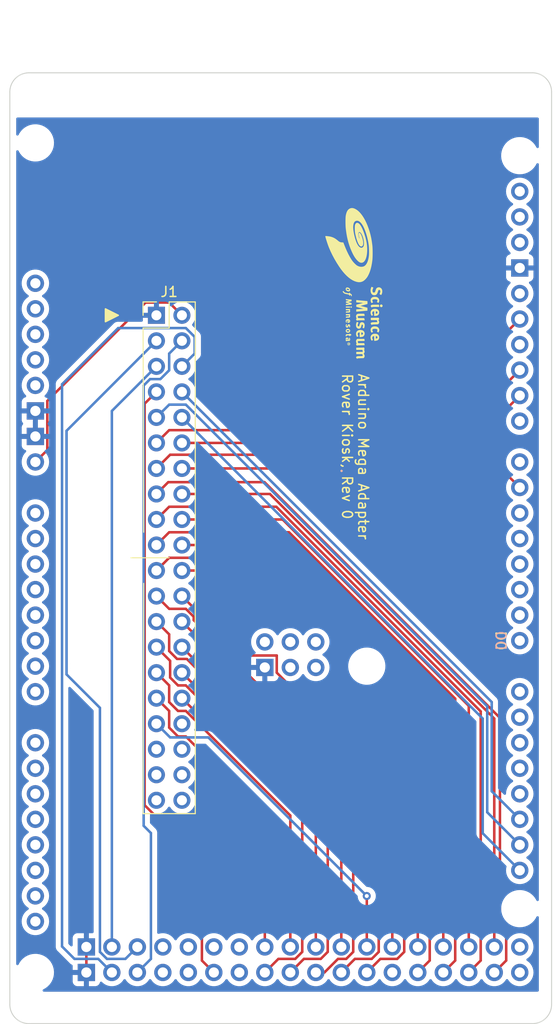
<source format=kicad_pcb>
(kicad_pcb (version 20221018) (generator pcbnew)
  (layers (0 "F.Cu" signal) (31 "B.Cu" signal) (34 "B.Paste" user) (35 "F.Paste" user) (36 "B.SilkS" user "B.Silkscreen") (37 "F.SilkS" user "F.Silkscreen") (38 "B.Mask" user) (39 "F.Mask" user) (44 "Edge.Cuts" user))
  (net 0 "")
  (net 1 "GND")
  (net 2 "+12V")
  (net 3 "/CIPO")
  (net 4 "/COPI")
  (net 5 "/SCK")
  (net 6 "/CS")
  (net 7 "Net-(J1-D45_RST)")
  (net 8 "Net-(A1-D19{slash}RX1)")
  (net 9 "Net-(A1-D20{slash}SDA)")
  (net 10 "Net-(A1-D21{slash}SCL)")
  (net 11 "/DATA")
  (net 12 "/CLOCK")
  (net 13 "/LATCH")
  (net 14 "/NEO")
  (net 15 "Net-(J1-B1_DOWN)")
  (net 16 "Net-(J1-B1_UP)")
  (net 17 "Net-(J1-B2_DOWN)")
  (net 18 "Net-(J1-B2_UP)")
  (net 19 "Net-(J1-B3_DOWN)")
  (net 20 "Net-(J1-B3_UP)")
  (net 21 "Net-(J1-B4_DOWN)")
  (net 22 "Net-(J1-B4_UP)")
  (net 23 "Net-(J1-BTX)")
  (net 24 "Net-(J1-BP1)")
  (net 25 "Net-(J1-BP2)")
  (net 26 "Net-(J1-BP3)")
  (net 27 "Net-(J1-BP4)")
  (net 28 "Net-(J1-BP5)")
  (net 29 "Net-(J1-LP1)")
  (net 30 "Net-(J1-LP2)")
  (net 31 "Net-(J1-LP3)")
  (net 32 "Net-(J1-LP4)")
  (net 33 "Net-(J1-KIOSK)")
  (footprint "SMM:smm-logo-15mm" (layer "F.Cu") (at 179.705 66.675 -90)
    (fp_text reference "G***")
    (fp_text value "LOGO" hide)
  )
  (footprint "Arduino:Arduino_Mega2560_R3_Shield" (layer "F.Cu") (at 145.42 38.725 -90)
    (fp_text reference "A1" hide)
    (fp_text value "Arduino_Mega2560_R3_Shield" hide)
    (fp_text user "." (at 46.609 -32.639 90) (layer "B.SilkS"))
    (fp_text user "D0" (at 63.5 -48.895 -90 unlocked) (layer "B.SilkS") (effects (justify mirror)))
    (fp_text user "D0" (at 63.5 -48.895 -90 unlocked) (layer "F.SilkS"))
    (pad "" np_thru_hole circle (at 13.97 -2.54 270) (size 3.2 3.2) (drill 3.2) (layers "*.Cu" "*.Mask"))
    (pad "" np_thru_hole circle (at 15.24 -50.8 270) (size 3.2 3.2) (drill 3.2) (layers "*.Cu" "*.Mask"))
    (pad "" thru_hole oval (at 27.94 -2.54 270) (size 1.7272 1.7272) (drill 1.016) (layers "*.Cu" "*.Mask"))
    (pad "" np_thru_hole circle (at 66.04 -35.56 270) (size 3.2 3.2) (drill 3.2) (layers "*.Cu" "*.Mask"))
    (pad "" np_thru_hole circle (at 66.04 -7.62 270) (size 3.2 3.2) (drill 3.2) (layers "*.Cu" "*.Mask"))
    (pad "" np_thru_hole circle (at 90.17 -50.8 270) (size 3.2 3.2) (drill 3.2) (layers "*.Cu" "*.Mask"))
    (pad "" np_thru_hole circle (at 96.52 -2.54 270) (size 3.2 3.2) (drill 3.2) (layers "*.Cu" "*.Mask"))
    (pad "3V3" thru_hole oval (at 35.56 -2.54 270) (size 1.7272 1.7272) (drill 1.016) (layers "*.Cu" "*.Mask"))
    (pad "5V1" thru_hole oval (at 38.1 -2.54 270) (size 1.7272 1.7272) (drill 1.016) (layers "*.Cu" "*.Mask"))
    (pad "5V2" thru_hole oval (at 66.167 -30.48 270) (size 1.7272 1.7272) (drill 1.016) (layers "*.Cu" "*.Mask"))
    (pad "5V3" thru_hole oval (at 93.98 -50.8 270) (size 1.7272 1.7272) (drill 1.016) (layers "*.Cu" "*.Mask"))
    (pad "5V4" thru_hole oval (at 96.52 -50.8 270) (size 1.7272 1.7272) (drill 1.016) (layers "*.Cu" "*.Mask"))
    (pad "A0" thru_hole oval (at 50.8 -2.54 270) (size 1.7272 1.7272) (drill 1.016) (layers "*.Cu" "*.Mask"))
    (pad "A1" thru_hole oval (at 53.34 -2.54 270) (size 1.7272 1.7272) (drill 1.016) (layers "*.Cu" "*.Mask"))
    (pad "A2" thru_hole oval (at 55.88 -2.54 270) (size 1.7272 1.7272) (drill 1.016) (layers "*.Cu" "*.Mask"))
    (pad "A3" thru_hole oval (at 58.42 -2.54 270) (size 1.7272 1.7272) (drill 1.016) (layers "*.Cu" "*.Mask"))
    (pad "A4" thru_hole oval (at 60.96 -2.54 270) (size 1.7272 1.7272) (drill 1.016) (layers "*.Cu" "*.Mask"))
    (pad "A5" thru_hole oval (at 63.5 -2.54 270) (size 1.7272 1.7272) (drill 1.016) (layers "*.Cu" "*.Mask"))
    (pad "A6" thru_hole oval (at 66.04 -2.54 270) (size 1.7272 1.7272) (drill 1.016) (layers "*.Cu" "*.Mask"))
    (pad "A7" thru_hole oval (at 68.58 -2.54 270) (size 1.7272 1.7272) (drill 1.016) (layers "*.Cu" "*.Mask"))
    (pad "A8" thru_hole oval (at 73.66 -2.54 270) (size 1.7272 1.7272) (drill 1.016) (layers "*.Cu" "*.Mask"))
    (pad "A9" thru_hole oval (at 76.2 -2.54 270) (size 1.7272 1.7272) (drill 1.016) (layers "*.Cu" "*.Mask"))
    (pad "A10" thru_hole oval (at 78.74 -2.54 270) (size 1.7272 1.7272) (drill 1.016) (layers "*.Cu" "*.Mask"))
    (pad "A11" thru_hole oval (at 81.28 -2.54 270) (size 1.7272 1.7272) (drill 1.016) (layers "*.Cu" "*.Mask"))
    (pad "A12" thru_hole oval (at 83.82 -2.54 270) (size 1.7272 1.7272) (drill 1.016) (layers "*.Cu" "*.Mask"))
    (pad "A13" thru_hole oval (at 86.36 -2.54 270) (size 1.7272 1.7272) (drill 1.016) (layers "*.Cu" "*.Mask"))
    (pad "A14" thru_hole oval (at 88.9 -2.54 270) (size 1.7272 1.7272) (drill 1.016) (layers "*.Cu" "*.Mask"))
    (pad "A15" thru_hole oval (at 91.44 -2.54 270) (size 1.7272 1.7272) (drill 1.016) (layers "*.Cu" "*.Mask"))
    (pad "AREF" thru_hole oval (at 23.876 -50.8 270) (size 1.7272 1.7272) (drill 1.016) (layers "*.Cu" "*.Mask"))
    (pad "D0" thru_hole oval (at 63.5 -50.8 270) (size 1.7272 1.7272) (drill 1.016) (layers "*.Cu" "*.Mask"))
    (pad "D1" thru_hole oval (at 60.96 -50.8 270) (size 1.7272 1.7272) (drill 1.016) (layers "*.Cu" "*.Mask"))
    (pad "D2" thru_hole oval (at 58.42 -50.8 270) (size 1.7272 1.7272) (drill 1.016) (layers "*.Cu" "*.Mask"))
    (pad "D3" thru_hole oval (at 55.88 -50.8 270) (size 1.7272 1.7272) (drill 1.016) (layers "*.Cu" "*.Mask"))
    (pad "D4" thru_hole oval (at 53.34 -50.8 270) (size 1.7272 1.7272) (drill 1.016) (layers "*.Cu" "*.Mask"))
    (pad "D5" thru_hole oval (at 50.8 -50.8 270) (size 1.7272 1.7272) (drill 1.016) (layers "*.Cu" "*.Mask"))
    (pad "D6" thru_hole oval (at 48.26 -50.8 270) (size 1.7272 1.7272) (drill 1.016) (layers "*.Cu" "*.Mask") (net 14 "/NEO"))
    (pad "D7" thru_hole oval (at 45.72 -50.8 270) (size 1.7272 1.7272) (drill 1.016) (layers "*.Cu" "*.Mask"))
    (pad "D8" thru_hole oval (at 41.656 -50.8 270) (size 1.7272 1.7272) (drill 1.016) (layers "*.Cu" "*.Mask"))
    (pad "D9" thru_hole oval (at 39.116 -50.8 270) (size 1.7272 1.7272) (drill 1.016) (layers "*.Cu" "*.Mask") (net 13 "/LATCH"))
    (pad "D10" thru_hole oval (at 36.576 -50.8 270) (size 1.7272 1.7272) (drill 1.016) (layers "*.Cu" "*.Mask") (net 12 "/CLOCK"))
    (pad "D11" thru_hole oval (at 34.036 -50.8 270) (size 1.7272 1.7272) (drill 1.016) (layers "*.Cu" "*.Mask"))
    (pad "D12" thru_hole oval (at 31.496 -50.8 270) (size 1.7272 1.7272) (drill 1.016) (layers "*.Cu" "*.Mask") (net 11 "/DATA"))
    (pad "D13" thru_hole oval (at 28.956 -50.8 270) (size 1.7272 1.7272) (drill 1.016) (layers "*.Cu" "*.Mask"))
    (pad "D14" thru_hole oval (at 68.58 -50.8 270) (size 1.7272 1.7272) (drill 1.016) (layers "*.Cu" "*.Mask"))
    (pad "D15" thru_hole oval (at 71.12 -50.8 270) (size 1.7272 1.7272) (drill 1.016) (layers "*.Cu" "*.Mask"))
    (pad "D16" thru_hole oval (at 73.66 -50.8 270) (size 1.7272 1.7272) (drill 1.016) (layers "*.Cu" "*.Mask"))
    (pad "D17" thru_hole oval (at 76.2 -50.8 270) (size 1.7272 1.7272) (drill 1.016) (layers "*.Cu" "*.Mask"))
    (pad "D18" thru_hole oval (at 78.74 -50.8 270) (size 1.7272 1.7272) (drill 1.016) (layers "*.Cu" "*.Mask"))
    (pad "D19" thru_hole oval (at 81.28 -50.8 270) (size 1.7272 1.7272) (drill 1.016) (layers "*.Cu" "*.Mask") (net 8 "Net-(A1-D19{slash}RX1)"))
    (pad "D20" thru_hole oval (at 83.82 -50.8 270) (size 1.7272 1.7272) (drill 1.016) (layers "*.Cu" "*.Mask") (net 9 "Net-(A1-D20{slash}SDA)"))
    (pad "D21" thru_hole oval (at 86.36 -50.8 270) (size 1.7272 1.7272) (drill 1.016) (layers "*.Cu" "*.Mask") (net 10 "Net-(A1-D21{slash}SCL)"))
    (pad "D22" thru_hole oval (at 93.98 -48.26 270) (size 1.7272 1.7272) (drill 1.016) (layers "*.Cu" "*.Mask") (net 16 "Net-(J1-B1_UP)"))
    (pad "D23" thru_hole oval (at 96.52 -48.26 270) (size 1.7272 1.7272) (drill 1.016) (layers "*.Cu" "*.Mask") (net 15 "Net-(J1-B1_DOWN)"))
    (pad "D24" thru_hole oval (at 93.98 -45.72 270) (size 1.7272 1.7272) (drill 1.016) (layers "*.Cu" "*.Mask") (net 18 "Net-(J1-B2_UP)"))
    (pad "D25" thru_hole oval (at 96.52 -45.72 270) (size 1.7272 1.7272) (drill 1.016) (layers "*.Cu" "*.Mask") (net 17 "Net-(J1-B2_DOWN)"))
    (pad "D26" thru_hole oval (at 93.98 -43.18 270) (size 1.7272 1.7272) (drill 1.016) (layers "*.Cu" "*.Mask") (net 20 "Net-(J1-B3_UP)"))
    (pad "D27" thru_hole oval (at 96.52 -43.18 270) (size 1.7272 1.7272) (drill 1.016) (layers "*.Cu" "*.Mask") (net 19 "Net-(J1-B3_DOWN)"))
    (pad "D28" thru_hole oval (at 93.98 -40.64 270) (size 1.7272 1.7272) (drill 1.016) (layers "*.Cu" "*.Mask") (net 22 "Net-(J1-B4_UP)"))
    (pad "D29" thru_hole oval (at 96.52 -40.64 270) (size 1.7272 1.7272) (drill 1.016) (layers "*.Cu" "*.Mask") (net 21 "Net-(J1-B4_DOWN)"))
    (pad "D30" thru_hole oval (at 93.98 -38.1 270) (size 1.7272 1.7272) (drill 1.016) (layers "*.Cu" "*.Mask") (net 23 "Net-(J1-BTX)"))
    (pad "D31" thru_hole oval (at 96.52 -38.1 270) (size 1.7272 1.7272) (drill 1.016) (layers "*.Cu" "*.Mask"))
    (pad "D32" thru_hole oval (at 93.98 -35.56 270) (size 1.7272 1.7272) (drill 1.016) (layers "*.Cu" "*.Mask") (net 33 "Net-(J1-KIOSK)"))
    (pad "D33" thru_hole oval (at 96.52 -35.56 270) (size 1.7272 1.7272) (drill 1.016) (layers "*.Cu" "*.Mask") (net 24 "Net-(J1-BP1)"))
    (pad "D34" thru_hole oval (at 93.98 -33.02 270) (size 1.7272 1.7272) (drill 1.016) (layers "*.Cu" "*.Mask") (net 25 "Net-(J1-BP2)"))
    (pad "D35" thru_hole oval (at 96.52 -33.02 270) (size 1.7272 1.7272) (drill 1.016) (layers "*.Cu" "*.Mask") (net 26 "Net-(J1-BP3)"))
    (pad "D36" thru_hole oval (at 93.98 -30.48 270) (size 1.7272 1.7272) (drill 1.016) (layers "*.Cu" "*.Mask") (net 27 "Net-(J1-BP4)"))
    (pad "D37" thru_hole oval (at 96.52 -30.48 270) (size 1.7272 1.7272) (drill 1.016) (layers "*.Cu" "*.Mask") (net 28 "Net-(J1-BP5)"))
    (pad "D38" thru_hole oval (at 93.98 -27.94 270) (size 1.7272 1.7272) (drill 1.016) (layers "*.Cu" "*.Mask") (net 29 "Net-(J1-LP1)"))
    (pad "D39" thru_hole oval (at 96.52 -27.94 270) (size 1.7272 1.7272) (drill 1.016) (layers "*.Cu" "*.Mask") (net 30 "Net-(J1-LP2)"))
    (pad "D40" thru_hole oval (at 93.98 -25.4 270) (size 1.7272 1.7272) (drill 1.016) (layers "*.Cu" "*.Mask") (net 31 "Net-(J1-LP3)"))
    (pad "D41" thru_hole oval (at 96.52 -25.4 270) (size 1.7272 1.7272) (drill 1.016) (layers "*.Cu" "*.Mask") (net 32 "Net-(J1-LP4)"))
    (pad "D42" thru_hole oval (at 93.98 -22.86 270) (size 1.7272 1.7272) (drill 1.016) (layers "*.Cu" "*.Mask"))
    (pad "D43" thru_hole oval (at 96.52 -22.86 270) (size 1.7272 1.7272) (drill 1.016) (layers "*.Cu" "*.Mask"))
    (pad "D44" thru_hole oval (at 93.98 -20.32 270) (size 1.7272 1.7272) (drill 1.016) (layers "*.Cu" "*.Mask"))
    (pad "D45" thru_hole oval (at 96.52 -20.32 270) (size 1.7272 1.7272) (drill 1.016) (layers "*.Cu" "*.Mask") (net 7 "Net-(J1-D45_RST)"))
    (pad "D46" thru_hole oval (at 93.98 -17.78 270) (size 1.7272 1.7272) (drill 1.016) (layers "*.Cu" "*.Mask"))
    (pad "D47" thru_hole oval (at 96.52 -17.78 270) (size 1.7272 1.7272) (drill 1.016) (layers "*.Cu" "*.Mask"))
    (pad "D48" thru_hole oval (at 93.98 -15.24 270) (size 1.7272 1.7272) (drill 1.016) (layers "*.Cu" "*.Mask"))
    (pad "D49" thru_hole oval (at 96.52 -15.24 270) (size 1.7272 1.7272) (drill 1.016) (layers "*.Cu" "*.Mask"))
    (pad "D50" thru_hole oval (at 93.98 -12.7 270) (size 1.7272 1.7272) (drill 1.016) (layers "*.Cu" "*.Mask") (net 3 "/CIPO"))
    (pad "D51" thru_hole oval (at 96.52 -12.7 270) (size 1.7272 1.7272) (drill 1.016) (layers "*.Cu" "*.Mask") (net 4 "/COPI"))
    (pad "D52" thru_hole oval (at 93.98 -10.16 270) (size 1.7272 1.7272) (drill 1.016) (layers "*.Cu" "*.Mask") (net 5 "/SCK"))
    (pad "D53" thru_hole oval (at 96.52 -10.16 270) (size 1.7272 1.7272) (drill 1.016) (layers "*.Cu" "*.Mask") (net 6 "/CS"))
    (pad "GND1" thru_hole rect (at 26.416 -50.8 270) (size 1.7272 1.7272) (drill 1.016) (layers "*.Cu" "*.Mask") (net 1 "GND"))
    (pad "GND2" thru_hole rect (at 40.64 -2.54 270) (size 1.7272 1.7272) (drill 1.016) (layers "*.Cu" "*.Mask") (net 1 "GND"))
    (pad "GND3" thru_hole rect (at 43.18 -2.54 270) (size 1.7272 1.7272) (drill 1.016) (layers "*.Cu" "*.Mask") (net 1 "GND"))
    (pad "GND4" thru_hole rect (at 66.167 -25.4 270) (size 1.7272 1.7272) (drill 1.016) (layers "*.Cu" "*.Mask") (net 1 "GND"))
    (pad "GND5" thru_hole rect (at 93.98 -7.62 270) (size 1.7272 1.7272) (drill 1.016) (layers "*.Cu" "*.Mask") (net 1 "GND"))
    (pad "GND6" thru_hole rect (at 96.52 -7.62 270) (size 1.7272 1.7272) (drill 1.016) (layers "*.Cu" "*.Mask") (net 1 "GND"))
    (pad "IORF" thru_hole oval (at 30.48 -2.54 270) (size 1.7272 1.7272) (drill 1.016) (layers "*.Cu" "*.Mask"))
    (pad "MISO" thru_hole oval (at 63.627 -30.48 270) (size 1.7272 1.7272) (drill 1.016) (layers "*.Cu" "*.Mask"))
    (pad "MOSI" thru_hole oval (at 66.167 -27.94 270) (size 1.7272 1.7272) (drill 1.016) (layers "*.Cu" "*.Mask"))
    (pad "RST1" thru_hole oval (at 33.02 -2.54 270) (size 1.7272 1.7272) (drill 1.016) (layers "*.Cu" "*.Mask"))
    (pad "RST2" thru_hole oval (at 63.627 -25.4 270) (size 1.7272 1.7272) (drill 1.016) (layers "*.Cu" "*.Mask"))
    (pad "SCK" thru_hole oval (at 63.627 -27.94 270) (size 1.7272 1.7272) (drill 1.016) (layers "*.Cu" "*.Mask"))
    (pad "SCL" thru_hole oval (at 18.796 -50.8 270) (size 1.7272 1.7272) (drill 1.016) (layers "*.Cu" "*.Mask"))
    (pad "SDA" thru_hole oval (at 21.336 -50.8 270) (size 1.7272 1.7272) (drill 1.016) (layers "*.Cu" "*.Mask"))
    (pad "VIN" thru_hole oval (at 45.72 -2.54 270) (size 1.7272 1.7272) (drill 1.016) (layers "*.Cu" "*.Mask") (net 2 "+12V"))
  )
  (footprint "Connector_PinHeader_2.54mm:PinHeader_2x20_P2.54mm_Vertical" (layer "F.Cu") (at 158.75 119.38)
    (fp_text reference "J1" (at 2.54 -51.86) (layer "F.SilkS"))
    (fp_text value "~")
    (pad "1" thru_hole rect (at 1.27 -49.53) (size 1.7 1.7) (drill 1) (layers "*.Cu" "*.Mask") (net 1 "GND"))
    (pad "2" thru_hole oval (at 3.81 -49.53) (size 1.7 1.7) (drill 1) (layers "*.Cu" "*.Mask") (net 2 "+12V"))
    (pad "3" thru_hole oval (at 1.27 -46.99) (size 1.7 1.7) (drill 1) (layers "*.Cu" "*.Mask") (net 3 "/CIPO"))
    (pad "4" thru_hole oval (at 3.81 -46.99) (size 1.7 1.7) (drill 1) (layers "*.Cu" "*.Mask") (net 4 "/COPI"))
    (pad "5" thru_hole oval (at 1.27 -44.45) (size 1.7 1.7) (drill 1) (layers "*.Cu" "*.Mask") (net 5 "/SCK"))
    (pad "6" thru_hole oval (at 3.81 -44.45) (size 1.7 1.7) (drill 1) (layers "*.Cu" "*.Mask") (net 6 "/CS"))
    (pad "7" thru_hole oval (at 1.27 -41.91) (size 1.7 1.7) (drill 1) (layers "*.Cu" "*.Mask") (net 7 "Net-(J1-D45_RST)"))
    (pad "8" thru_hole oval (at 3.81 -41.91) (size 1.7 1.7) (drill 1) (layers "*.Cu" "*.Mask") (net 8 "Net-(A1-D19{slash}RX1)"))
    (pad "9" thru_hole oval (at 1.27 -39.37) (size 1.7 1.7) (drill 1) (layers "*.Cu" "*.Mask") (net 9 "Net-(A1-D20{slash}SDA)"))
    (pad "10" thru_hole oval (at 3.81 -39.37) (size 1.7 1.7) (drill 1) (layers "*.Cu" "*.Mask") (net 10 "Net-(A1-D21{slash}SCL)"))
    (pad "11" thru_hole oval (at 1.27 -36.83) (size 1.7 1.7) (drill 1) (layers "*.Cu" "*.Mask") (net 11 "/DATA"))
    (pad "12" thru_hole oval (at 3.81 -36.83) (size 1.7 1.7) (drill 1) (layers "*.Cu" "*.Mask") (net 12 "/CLOCK"))
    (pad "13" thru_hole oval (at 1.27 -34.29) (size 1.7 1.7) (drill 1) (layers "*.Cu" "*.Mask") (net 13 "/LATCH"))
    (pad "14" thru_hole oval (at 3.81 -34.29) (size 1.7 1.7) (drill 1) (layers "*.Cu" "*.Mask") (net 14 "/NEO"))
    (pad "15" thru_hole oval (at 1.27 -31.75) (size 1.7 1.7) (drill 1) (layers "*.Cu" "*.Mask") (net 15 "Net-(J1-B1_DOWN)"))
    (pad "16" thru_hole oval (at 3.81 -31.75) (size 1.7 1.7) (drill 1) (layers "*.Cu" "*.Mask") (net 16 "Net-(J1-B1_UP)"))
    (pad "17" thru_hole oval (at 1.27 -29.21) (size 1.7 1.7) (drill 1) (layers "*.Cu" "*.Mask") (net 17 "Net-(J1-B2_DOWN)"))
    (pad "18" thru_hole oval (at 3.81 -29.21) (size 1.7 1.7) (drill 1) (layers "*.Cu" "*.Mask") (net 18 "Net-(J1-B2_UP)"))
    (pad "19" thru_hole oval (at 1.27 -26.67) (size 1.7 1.7) (drill 1) (layers "*.Cu" "*.Mask") (net 19 "Net-(J1-B3_DOWN)"))
    (pad "20" thru_hole oval (at 3.81 -26.67) (size 1.7 1.7) (drill 1) (layers "*.Cu" "*.Mask") (net 20 "Net-(J1-B3_UP)"))
    (pad "21" thru_hole oval (at 1.27 -24.13) (size 1.7 1.7) (drill 1) (layers "*.Cu" "*.Mask") (net 21 "Net-(J1-B4_DOWN)"))
    (pad "22" thru_hole oval (at 3.81 -24.13) (size 1.7 1.7) (drill 1) (layers "*.Cu" "*.Mask") (net 22 "Net-(J1-B4_UP)"))
    (pad "23" thru_hole oval (at 1.27 -21.59) (size 1.7 1.7) (drill 1) (layers "*.Cu" "*.Mask") (net 23 "Net-(J1-BTX)"))
    (pad "24" thru_hole oval (at 3.81 -21.59) (size 1.7 1.7) (drill 1) (layers "*.Cu" "*.Mask") (net 24 "Net-(J1-BP1)"))
    (pad "25" thru_hole oval (at 1.27 -19.05) (size 1.7 1.7) (drill 1) (layers "*.Cu" "*.Mask") (net 25 "Net-(J1-BP2)"))
    (pad "26" thru_hole oval (at 3.81 -19.05) (size 1.7 1.7) (drill 1) (layers "*.Cu" "*.Mask") (net 26 "Net-(J1-BP3)"))
    (pad "27" thru_hole oval (at 1.27 -16.51) (size 1.7 1.7) (drill 1) (layers "*.Cu" "*.Mask") (net 27 "Net-(J1-BP4)"))
    (pad "28" thru_hole oval (at 3.81 -16.51) (size 1.7 1.7) (drill 1) (layers "*.Cu" "*.Mask") (net 28 "Net-(J1-BP5)"))
    (pad "29" thru_hole oval (at 1.27 -13.97) (size 1.7 1.7) (drill 1) (layers "*.Cu" "*.Mask") (net 29 "Net-(J1-LP1)"))
    (pad "30" thru_hole oval (at 3.81 -13.97) (size 1.7 1.7) (drill 1) (layers "*.Cu" "*.Mask") (net 30 "Net-(J1-LP2)"))
    (pad "31" thru_hole oval (at 1.27 -11.43) (size 1.7 1.7) (drill 1) (layers "*.Cu" "*.Mask") (net 31 "Net-(J1-LP3)"))
    (pad "32" thru_hole oval (at 3.81 -11.43) (size 1.7 1.7) (drill 1) (layers "*.Cu" "*.Mask") (net 32 "Net-(J1-LP4)"))
    (pad "33" thru_hole oval (at 1.27 -8.89) (size 1.7 1.7) (drill 1) (layers "*.Cu" "*.Mask") (net 33 "Net-(J1-KIOSK)"))
    (pad "34" thru_hole oval (at 3.81 -8.89) (size 1.7 1.7) (drill 1) (layers "*.Cu" "*.Mask"))
    (pad "35" thru_hole oval (at 1.27 -6.35) (size 1.7 1.7) (drill 1) (layers "*.Cu" "*.Mask"))
    (pad "36" thru_hole oval (at 3.81 -6.35) (size 1.7 1.7) (drill 1) (layers "*.Cu" "*.Mask"))
    (pad "37" thru_hole oval (at 1.27 -3.81) (size 1.7 1.7) (drill 1) (layers "*.Cu" "*.Mask"))
    (pad "38" thru_hole oval (at 3.81 -3.81) (size 1.7 1.7) (drill 1) (layers "*.Cu" "*.Mask"))
    (pad "39" thru_hole oval (at 1.27 -1.27) (size 1.7 1.7) (drill 1) (layers "*.Cu" "*.Mask"))
    (pad "40" thru_hole oval (at 3.81 -1.27) (size 1.7 1.7) (drill 1) (layers "*.Cu" "*.Mask"))
  )
  (gr_poly (pts (xy 156.21 69.85) (xy 154.94 69.215) (xy 154.94 70.485)) (stroke (width 0.15)) (fill solid) (layer "F.SilkS"))
  (gr_line (start 197.485 45.72) (end 147.32 45.72) (stroke (width 0.1)) (layer "Edge.Cuts"))
  (gr_line (start 147.32 140.335) (end 197.485 140.335) (stroke (width 0.1)) (layer "Edge.Cuts"))
  (gr_arc (start 199.39 138.43) (mid 198.832038 139.777038) (end 197.485 140.335) (stroke (width 0.1)) (layer "Edge.Cuts"))
  (gr_line (start 145.415 47.625) (end 145.415 138.43) (stroke (width 0.1)) (layer "Edge.Cuts"))
  (gr_arc (start 197.485 45.72) (mid 198.832038 46.277962) (end 199.39 47.625) (stroke (width 0.1)) (layer "Edge.Cuts"))
  (gr_line (start 199.39 138.43) (end 199.39 47.625) (stroke (width 0.1)) (layer "Edge.Cuts"))
  (gr_arc (start 145.415 47.625) (mid 145.972962 46.277962) (end 147.32 45.72) (stroke (width 0.1)) (layer "Edge.Cuts"))
  (gr_arc (start 147.32 140.335) (mid 145.972962 139.777038) (end 145.415 138.43) (stroke (width 0.1)) (layer "Edge.Cuts"))
  (gr_text "Arduino Mega Adapter\nRover Kiosk, Rev 0" (at 178.435 75.565 -90) (layer "F.SilkS") (effects (font (size 1 1)) (justify left bottom)))
  (segment (start 153.04 132.705) (end 153.04 135.245) (width 0.25) (layer "F.Cu") (net 1))
  (segment (start 161.29 68.58) (end 158.94 68.58) (width 0.25) (layer "F.Cu") (net 2))
  (segment (start 149.1486 78.3714) (end 149.1486 83.2564) (width 0.25) (layer "F.Cu") (net 2))
  (segment (start 149.1486 83.2564) (end 147.96 84.445) (width 0.25) (layer "F.Cu") (net 2))
  (segment (start 158.94 68.58) (end 149.1486 78.3714) (width 0.25) (layer "F.Cu") (net 2))
  (segment (start 162.56 69.85) (end 161.29 68.58) (width 0.25) (layer "F.Cu") (net 2))
  (segment (start 151.065 81.345) (end 151.065 105.583072) (width 0.25) (layer "B.Cu") (net 3))
  (segment (start 154.3914 133.197335) (end 155.087665 133.8936) (width 0.25) (layer "B.Cu") (net 3))
  (segment (start 160.02 72.39) (end 151.065 81.345) (width 0.25) (layer "B.Cu") (net 3))
  (segment (start 155.087665 133.8936) (end 156.9314 133.8936) (width 0.25) (layer "B.Cu") (net 3))
  (segment (start 154.3914 108.909472) (end 154.3914 133.197335) (width 0.25) (layer "B.Cu") (net 3))
  (segment (start 151.065 105.583072) (end 154.3914 108.909472) (width 0.25) (layer "B.Cu") (net 3))
  (segment (start 156.9314 133.8936) (end 158.12 132.705) (width 0.25) (layer "B.Cu") (net 3))
  (segment (start 160.411701 76.2) (end 161.29 75.321701) (width 0.25) (layer "B.Cu") (net 4))
  (segment (start 158.75 76.836396) (end 159.386396 76.2) (width 0.25) (layer "B.Cu") (net 4))
  (segment (start 159.4714 133.8936) (end 159.4714 121.3714) (width 0.25) (layer "B.Cu") (net 4))
  (segment (start 158.75 120.65) (end 158.75 76.836396) (width 0.25) (layer "B.Cu") (net 4))
  (segment (start 159.386396 76.2) (end 160.411701 76.2) (width 0.25) (layer "B.Cu") (net 4))
  (segment (start 161.29 75.321701) (end 161.29 73.66) (width 0.25) (layer "B.Cu") (net 4))
  (segment (start 159.4714 121.3714) (end 158.75 120.65) (width 0.25) (layer "B.Cu") (net 4))
  (segment (start 161.29 73.66) (end 162.56 72.39) (width 0.25) (layer "B.Cu") (net 4))
  (segment (start 158.12 135.245) (end 159.4714 133.8936) (width 0.25) (layer "B.Cu") (net 4))
  (segment (start 155.58 79.37) (end 160.02 74.93) (width 0.25) (layer "B.Cu") (net 5))
  (segment (start 155.58 132.705) (end 155.58 79.37) (width 0.25) (layer "B.Cu") (net 5))
  (segment (start 154.2286 133.8936) (end 151.8514 133.8936) (width 0.25) (layer "B.Cu") (net 6))
  (segment (start 150.615 76.715) (end 156.21 71.12) (width 0.25) (layer "B.Cu") (net 6))
  (segment (start 163.83 73.66) (end 162.56 74.93) (width 0.25) (layer "B.Cu") (net 6))
  (segment (start 163.83 71.998299) (end 163.83 73.66) (width 0.25) (layer "B.Cu") (net 6))
  (segment (start 156.21 71.12) (end 162.951701 71.12) (width 0.25) (layer "B.Cu") (net 6))
  (segment (start 151.8514 133.8936) (end 150.615 132.6572) (width 0.25) (layer "B.Cu") (net 6))
  (segment (start 155.58 135.245) (end 154.2286 133.8936) (width 0.25) (layer "B.Cu") (net 6))
  (segment (start 162.951701 71.12) (end 163.83 71.998299) (width 0.25) (layer "B.Cu") (net 6))
  (segment (start 150.615 132.6572) (end 150.615 76.715) (width 0.25) (layer "B.Cu") (net 6))
  (segment (start 165.74 135.245) (end 164.5514 134.0564) (width 0.25) (layer "F.Cu") (net 7))
  (segment (start 164.5514 124.303101) (end 158.845 118.596701) (width 0.25) (layer "F.Cu") (net 7))
  (segment (start 158.845 78.645) (end 160.02 77.47) (width 0.25) (layer "F.Cu") (net 7))
  (segment (start 158.845 118.596701) (end 158.845 78.645) (width 0.25) (layer "F.Cu") (net 7))
  (segment (start 164.5514 134.0564) (end 164.5514 124.303101) (width 0.25) (layer "F.Cu") (net 7))
  (segment (start 196.22 120.005) (end 193.426928 117.211928) (width 0.25) (layer "B.Cu") (net 8))
  (segment (start 193.426928 108.336928) (end 162.56 77.47) (width 0.25) (layer "B.Cu") (net 8))
  (segment (start 193.426928 117.211928) (end 193.426928 108.336928) (width 0.25) (layer "B.Cu") (net 8))
  (segment (start 161.29 78.74) (end 160.02 80.01) (width 0.25) (layer "B.Cu") (net 9))
  (segment (start 192.976928 108.765227) (end 162.951701 78.74) (width 0.25) (layer "B.Cu") (net 9))
  (segment (start 196.22 122.545) (end 192.976928 119.301928) (width 0.25) (layer "B.Cu") (net 9))
  (segment (start 192.976928 119.301928) (end 192.976928 108.765227) (width 0.25) (layer "B.Cu") (net 9))
  (segment (start 162.951701 78.74) (end 161.29 78.74) (width 0.25) (layer "B.Cu") (net 9))
  (segment (start 192.526928 109.976928) (end 192.526928 121.391928) (width 0.25) (layer "B.Cu") (net 10))
  (segment (start 192.526928 121.391928) (end 196.22 125.085) (width 0.25) (layer "B.Cu") (net 10))
  (segment (start 162.56 80.01) (end 192.526928 109.976928) (width 0.25) (layer "B.Cu") (net 10))
  (segment (start 161.29 81.28) (end 160.02 82.55) (width 0.25) (layer "F.Cu") (net 11))
  (segment (start 185.161 81.28) (end 161.29 81.28) (width 0.25) (layer "F.Cu") (net 11))
  (segment (start 196.22 70.221) (end 185.161 81.28) (width 0.25) (layer "F.Cu") (net 11))
  (segment (start 162.56 82.55) (end 188.971 82.55) (width 0.25) (layer "F.Cu") (net 12))
  (segment (start 188.971 82.55) (end 196.22 75.301) (width 0.25) (layer "F.Cu") (net 12))
  (segment (start 190.336 83.725) (end 196.22 77.841) (width 0.25) (layer "F.Cu") (net 13))
  (segment (start 160.02 85.09) (end 161.385 83.725) (width 0.25) (layer "F.Cu") (net 13))
  (segment (start 161.385 83.725) (end 190.336 83.725) (width 0.25) (layer "F.Cu") (net 13))
  (segment (start 194.325 85.09) (end 196.22 86.985) (width 0.25) (layer "F.Cu") (net 14))
  (segment (start 162.56 85.09) (end 194.325 85.09) (width 0.25) (layer "F.Cu") (net 14))
  (segment (start 194.8686 131.3686) (end 194.245 130.745) (width 0.25) (layer "F.Cu") (net 15))
  (segment (start 170.789772 86.455) (end 161.195 86.455) (width 0.25) (layer "F.Cu") (net 15))
  (segment (start 194.245 109.910228) (end 170.789772 86.455) (width 0.25) (layer "F.Cu") (net 15))
  (segment (start 193.68 135.245) (end 194.8686 134.0564) (width 0.25) (layer "F.Cu") (net 15))
  (segment (start 161.195 86.455) (end 160.02 87.63) (width 0.25) (layer "F.Cu") (net 15))
  (segment (start 194.8686 134.0564) (end 194.8686 131.3686) (width 0.25) (layer "F.Cu") (net 15))
  (segment (start 194.245 130.745) (end 194.245 109.910228) (width 0.25) (layer "F.Cu") (net 15))
  (segment (start 193.68 132.705) (end 193.68 109.981624) (width 0.25) (layer "F.Cu") (net 16))
  (segment (start 193.68 109.981624) (end 171.328376 87.63) (width 0.25) (layer "F.Cu") (net 16))
  (segment (start 171.328376 87.63) (end 162.56 87.63) (width 0.25) (layer "F.Cu") (net 16))
  (segment (start 192.3286 134.0564) (end 192.3286 109.26662) (width 0.25) (layer "F.Cu") (net 17))
  (segment (start 161.29 88.9) (end 160.02 90.17) (width 0.25) (layer "F.Cu") (net 17))
  (segment (start 171.96198 88.9) (end 161.29 88.9) (width 0.25) (layer "F.Cu") (net 17))
  (segment (start 191.14 135.245) (end 192.3286 134.0564) (width 0.25) (layer "F.Cu") (net 17))
  (segment (start 192.3286 109.26662) (end 171.96198 88.9) (width 0.25) (layer "F.Cu") (net 17))
  (segment (start 191.14 132.705) (end 191.14 108.714416) (width 0.25) (layer "F.Cu") (net 18))
  (segment (start 191.14 108.714416) (end 172.595584 90.17) (width 0.25) (layer "F.Cu") (net 18))
  (segment (start 172.595584 90.17) (end 162.56 90.17) (width 0.25) (layer "F.Cu") (net 18))
  (segment (start 161.29 91.44) (end 160.02 92.71) (width 0.25) (layer "F.Cu") (net 19))
  (segment (start 188.6 135.245) (end 189.7886 134.0564) (width 0.25) (layer "F.Cu") (net 19))
  (segment (start 189.7886 134.0564) (end 189.7886 107.999412) (width 0.25) (layer "F.Cu") (net 19))
  (segment (start 189.7886 107.999412) (end 173.229188 91.44) (width 0.25) (layer "F.Cu") (net 19))
  (segment (start 173.229188 91.44) (end 161.29 91.44) (width 0.25) (layer "F.Cu") (net 19))
  (segment (start 188.6 132.705) (end 188.6 107.447208) (width 0.25) (layer "F.Cu") (net 20))
  (segment (start 188.6 107.447208) (end 173.862792 92.71) (width 0.25) (layer "F.Cu") (net 20))
  (segment (start 173.862792 92.71) (end 162.56 92.71) (width 0.25) (layer "F.Cu") (net 20))
  (segment (start 187.2486 106.732204) (end 174.496396 93.98) (width 0.25) (layer "F.Cu") (net 21))
  (segment (start 174.496396 93.98) (end 161.29 93.98) (width 0.25) (layer "F.Cu") (net 21))
  (segment (start 187.2486 134.0564) (end 187.2486 106.732204) (width 0.25) (layer "F.Cu") (net 21))
  (segment (start 186.06 135.245) (end 187.2486 134.0564) (width 0.25) (layer "F.Cu") (net 21))
  (segment (start 161.29 93.98) (end 160.02 95.25) (width 0.25) (layer "F.Cu") (net 21))
  (segment (start 186.06 106.18) (end 175.13 95.25) (width 0.25) (layer "F.Cu") (net 22))
  (segment (start 186.06 132.705) (end 186.06 106.18) (width 0.25) (layer "F.Cu") (net 22))
  (segment (start 175.13 95.25) (end 162.56 95.25) (width 0.25) (layer "F.Cu") (net 22))
  (segment (start 163.735 100.1842) (end 163.735 99.843299) (width 0.25) (layer "F.Cu") (net 23))
  (segment (start 183.52 132.705) (end 183.52 119.9692) (width 0.25) (layer "F.Cu") (net 23))
  (segment (start 163.735 99.843299) (end 162.951701 99.06) (width 0.25) (layer "F.Cu") (net 23))
  (segment (start 183.52 119.9692) (end 163.735 100.1842) (width 0.25) (layer "F.Cu") (net 23))
  (segment (start 161.29 99.06) (end 160.02 97.79) (width 0.25) (layer "F.Cu") (net 23))
  (segment (start 162.951701 99.06) (end 161.29 99.06) (width 0.25) (layer "F.Cu") (net 23))
  (segment (start 184.7086 133.197335) (end 184.7086 118.11) (width 0.25) (layer "F.Cu") (net 24))
  (segment (start 180.98 135.245) (end 182.3314 133.8936) (width 0.25) (layer "F.Cu") (net 24))
  (segment (start 172.0086 103.7034) (end 168.4734 103.7034) (width 0.25) (layer "F.Cu") (net 24))
  (segment (start 172.0086 105.41) (end 172.0086 103.7034) (width 0.25) (layer "F.Cu") (net 24))
  (segment (start 182.3314 133.8936) (end 184.012335 133.8936) (width 0.25) (layer "F.Cu") (net 24))
  (segment (start 184.7086 118.11) (end 172.0086 105.41) (width 0.25) (layer "F.Cu") (net 24))
  (segment (start 184.012335 133.8936) (end 184.7086 133.197335) (width 0.25) (layer "F.Cu") (net 24))
  (segment (start 168.4734 103.7034) (end 162.56 97.79) (width 0.25) (layer "F.Cu") (net 24))
  (segment (start 162.073299 104.045) (end 161.29 103.261701) (width 0.25) (layer "F.Cu") (net 25))
  (segment (start 161.29 103.261701) (end 161.29 101.6) (width 0.25) (layer "F.Cu") (net 25))
  (segment (start 163.046701 104.045) (end 162.073299 104.045) (width 0.25) (layer "F.Cu") (net 25))
  (segment (start 178.44 119.438299) (end 163.046701 104.045) (width 0.25) (layer "F.Cu") (net 25))
  (segment (start 178.44 132.705) (end 178.44 119.438299) (width 0.25) (layer "F.Cu") (net 25))
  (segment (start 161.29 101.6) (end 160.02 100.33) (width 0.25) (layer "F.Cu") (net 25))
  (segment (start 179.7914 133.8936) (end 181.472335 133.8936) (width 0.25) (layer "F.Cu") (net 26))
  (segment (start 182.1686 119.9386) (end 162.56 100.33) (width 0.25) (layer "F.Cu") (net 26))
  (segment (start 178.44 135.245) (end 179.7914 133.8936) (width 0.25) (layer "F.Cu") (net 26))
  (segment (start 182.1686 133.197335) (end 182.1686 119.9386) (width 0.25) (layer "F.Cu") (net 26))
  (segment (start 181.472335 133.8936) (end 182.1686 133.197335) (width 0.25) (layer "F.Cu") (net 26))
  (segment (start 175.9 119.628299) (end 175.9 132.705) (width 0.25) (layer "F.Cu") (net 27))
  (segment (start 160.02 102.87) (end 161.385 104.235) (width 0.25) (layer "F.Cu") (net 27))
  (segment (start 162.168299 106.68) (end 162.951701 106.68) (width 0.25) (layer "F.Cu") (net 27))
  (segment (start 161.385 105.896701) (end 162.168299 106.68) (width 0.25) (layer "F.Cu") (net 27))
  (segment (start 161.385 104.235) (end 161.385 105.896701) (width 0.25) (layer "F.Cu") (net 27))
  (segment (start 162.951701 106.68) (end 175.9 119.628299) (width 0.25) (layer "F.Cu") (net 27))
  (segment (start 175.9 135.245) (end 176.759065 135.245) (width 0.25) (layer "F.Cu") (net 28))
  (segment (start 179.6286 133.197335) (end 179.6286 119.9386) (width 0.25) (layer "F.Cu") (net 28))
  (segment (start 178.932335 133.8936) (end 179.6286 133.197335) (width 0.25) (layer "F.Cu") (net 28))
  (segment (start 179.6286 119.9386) (end 162.56 102.87) (width 0.25) (layer "F.Cu") (net 28))
  (segment (start 178.110465 133.8936) (end 178.932335 133.8936) (width 0.25) (layer "F.Cu") (net 28))
  (segment (start 176.759065 135.245) (end 178.110465 133.8936) (width 0.25) (layer "F.Cu") (net 28))
  (segment (start 162.951701 109.22) (end 162.168299 109.22) (width 0.25) (layer "F.Cu") (net 29))
  (segment (start 173.36 132.705) (end 173.36 119.628299) (width 0.25) (layer "F.Cu") (net 29))
  (segment (start 161.29 108.341701) (end 161.29 106.68) (width 0.25) (layer "F.Cu") (net 29))
  (segment (start 173.36 119.628299) (end 162.951701 109.22) (width 0.25) (layer "F.Cu") (net 29))
  (segment (start 161.29 106.68) (end 160.02 105.41) (width 0.25) (layer "F.Cu") (net 29))
  (segment (start 162.168299 109.22) (end 161.29 108.341701) (width 0.25) (layer "F.Cu") (net 29))
  (segment (start 173.36 135.245) (end 174.7114 133.8936) (width 0.25) (layer "F.Cu") (net 30))
  (segment (start 177.0886 133.197335) (end 177.0886 119.9386) (width 0.25) (layer "F.Cu") (net 30))
  (segment (start 174.7114 133.8936) (end 176.392335 133.8936) (width 0.25) (layer "F.Cu") (net 30))
  (segment (start 177.0886 119.9386) (end 162.56 105.41) (width 0.25) (layer "F.Cu") (net 30))
  (segment (start 176.392335 133.8936) (end 177.0886 133.197335) (width 0.25) (layer "F.Cu") (net 30))
  (segment (start 161.29 110.881701) (end 161.29 109.22) (width 0.25) (layer "F.Cu") (net 31))
  (segment (start 170.82 132.705) (end 170.82 119.628299) (width 0.25) (layer "F.Cu") (net 31))
  (segment (start 170.82 119.628299) (end 162.951701 111.76) (width 0.25) (layer "F.Cu") (net 31))
  (segment (start 161.29 109.22) (end 160.02 107.95) (width 0.25) (layer "F.Cu") (net 31))
  (segment (start 162.168299 111.76) (end 161.29 110.881701) (width 0.25) (layer "F.Cu") (net 31))
  (segment (start 162.951701 111.76) (end 162.168299 111.76) (width 0.25) (layer "F.Cu") (net 31))
  (segment (start 173.852335 133.8936) (end 174.5486 133.197335) (width 0.25) (layer "F.Cu") (net 32))
  (segment (start 174.5486 119.9386) (end 162.56 107.95) (width 0.25) (layer "F.Cu") (net 32))
  (segment (start 170.82 135.245) (end 172.1714 133.8936) (width 0.25) (layer "F.Cu") (net 32))
  (segment (start 172.1714 133.8936) (end 173.852335 133.8936) (width 0.25) (layer "F.Cu") (net 32))
  (segment (start 174.5486 133.197335) (end 174.5486 119.9386) (width 0.25) (layer "F.Cu") (net 32))
  (segment (start 180.98 132.705) (end 180.98 127.64) (width 0.25) (layer "F.Cu") (net 33))
  (segment (start 180.98 127.64) (end 180.975 127.635) (width 0.25) (layer "F.Cu") (net 33))
  (via (at 180.975 127.635) (size 0.8) (drill 0.4) (layers "F.Cu" "B.Cu") (net 33))
  (segment (start 161.385 111.855) (end 160.02 110.49) (width 0.25) (layer "B.Cu") (net 33))
  (segment (start 180.975 127.635) (end 165.195 111.855) (width 0.25) (layer "B.Cu") (net 33))
  (segment (start 165.195 111.855) (end 161.385 111.855) (width 0.25) (layer "B.Cu") (net 33))
  (zone (net 1) (net_name "GND") (layer "B.Cu") (connect_pads (clearance 0.5)) (min_thickness 0.25) (fill yes (thermal_gap 0.5) (thermal_bridge_width 0.5))
    (polygon (pts (xy 146.05 50.165) (xy 198.12 50.165) (xy 198.12 137.16) (xy 146.05 137.16)))
  )
)
</source>
